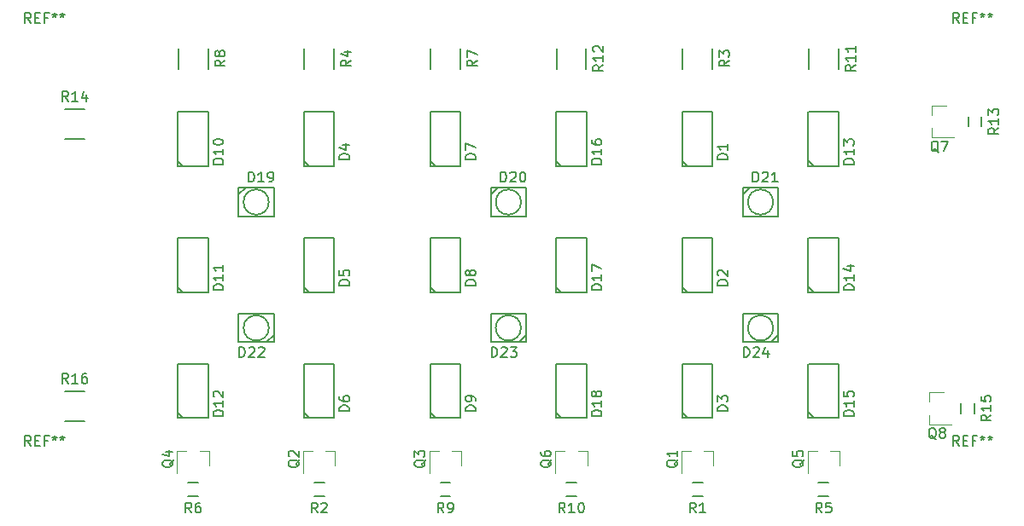
<source format=gbr>
G04 #@! TF.FileFunction,Legend,Top*
%FSLAX46Y46*%
G04 Gerber Fmt 4.6, Leading zero omitted, Abs format (unit mm)*
G04 Created by KiCad (PCBNEW 4.0.4-stable) date 03/09/17 20:40:53*
%MOMM*%
%LPD*%
G01*
G04 APERTURE LIST*
%ADD10C,0.100000*%
%ADD11C,0.150000*%
%ADD12C,0.120000*%
G04 APERTURE END LIST*
D10*
D11*
X151750000Y-78700000D02*
X152250000Y-79200000D01*
X154750000Y-73800000D02*
X151750000Y-73800000D01*
X151740000Y-79200000D02*
X151740000Y-73800000D01*
X154750000Y-79200000D02*
X154750000Y-73800000D01*
X154750000Y-79200000D02*
X151750000Y-79200000D01*
X139250000Y-78700000D02*
X139750000Y-79200000D01*
X142250000Y-73800000D02*
X139250000Y-73800000D01*
X139240000Y-79200000D02*
X139240000Y-73800000D01*
X142250000Y-79200000D02*
X142250000Y-73800000D01*
X142250000Y-79200000D02*
X139250000Y-79200000D01*
D12*
X142330000Y-82490000D02*
X141400000Y-82490000D01*
X139170000Y-82490000D02*
X140100000Y-82490000D01*
X139170000Y-82490000D02*
X139170000Y-84650000D01*
X142330000Y-82490000D02*
X142330000Y-83950000D01*
D11*
X140250000Y-85575000D02*
X141250000Y-85575000D01*
X141250000Y-86925000D02*
X140250000Y-86925000D01*
D12*
X129830000Y-82490000D02*
X128900000Y-82490000D01*
X126670000Y-82490000D02*
X127600000Y-82490000D01*
X126670000Y-82490000D02*
X126670000Y-84650000D01*
X129830000Y-82490000D02*
X129830000Y-83950000D01*
D11*
X126750000Y-53700000D02*
X127250000Y-54200000D01*
X129750000Y-48800000D02*
X126750000Y-48800000D01*
X126740000Y-54200000D02*
X126740000Y-48800000D01*
X129750000Y-54200000D02*
X129750000Y-48800000D01*
X129750000Y-54200000D02*
X126750000Y-54200000D01*
X176750000Y-53700000D02*
X177250000Y-54200000D01*
X179750000Y-48800000D02*
X176750000Y-48800000D01*
X176740000Y-54200000D02*
X176740000Y-48800000D01*
X179750000Y-54200000D02*
X179750000Y-48800000D01*
X179750000Y-54200000D02*
X176750000Y-54200000D01*
X164250000Y-53700000D02*
X164750000Y-54200000D01*
X167250000Y-48800000D02*
X164250000Y-48800000D01*
X164240000Y-54200000D02*
X164240000Y-48800000D01*
X167250000Y-54200000D02*
X167250000Y-48800000D01*
X167250000Y-54200000D02*
X164250000Y-54200000D01*
X160751000Y-57750000D02*
G75*
G03X160751000Y-57750000I-1251000J0D01*
G01*
X157750000Y-57000000D02*
X158450000Y-56350000D01*
X161250000Y-59150000D02*
X157750000Y-59150000D01*
X157750000Y-59150000D02*
X157750000Y-56350000D01*
X157750000Y-56350000D02*
X161250000Y-56350000D01*
X161250000Y-56350000D02*
X161250000Y-59150000D01*
D12*
X179830000Y-82490000D02*
X178900000Y-82490000D01*
X176670000Y-82490000D02*
X177600000Y-82490000D01*
X176670000Y-82490000D02*
X176670000Y-84650000D01*
X179830000Y-82490000D02*
X179830000Y-83950000D01*
D11*
X177750000Y-85575000D02*
X178750000Y-85575000D01*
X178750000Y-86925000D02*
X177750000Y-86925000D01*
D12*
X154830000Y-82490000D02*
X153900000Y-82490000D01*
X151670000Y-82490000D02*
X152600000Y-82490000D01*
X151670000Y-82490000D02*
X151670000Y-84650000D01*
X154830000Y-82490000D02*
X154830000Y-83950000D01*
X192330000Y-82490000D02*
X191400000Y-82490000D01*
X189170000Y-82490000D02*
X190100000Y-82490000D01*
X189170000Y-82490000D02*
X189170000Y-84650000D01*
X192330000Y-82490000D02*
X192330000Y-83950000D01*
X167330000Y-82490000D02*
X166400000Y-82490000D01*
X164170000Y-82490000D02*
X165100000Y-82490000D01*
X164170000Y-82490000D02*
X164170000Y-84650000D01*
X167330000Y-82490000D02*
X167330000Y-83950000D01*
D11*
X176775000Y-44500000D02*
X176775000Y-42500000D01*
X179725000Y-42500000D02*
X179725000Y-44500000D01*
X139275000Y-44500000D02*
X139275000Y-42500000D01*
X142225000Y-42500000D02*
X142225000Y-44500000D01*
X190250000Y-85575000D02*
X191250000Y-85575000D01*
X191250000Y-86925000D02*
X190250000Y-86925000D01*
X127750000Y-85575000D02*
X128750000Y-85575000D01*
X128750000Y-86925000D02*
X127750000Y-86925000D01*
X151775000Y-44500000D02*
X151775000Y-42500000D01*
X154725000Y-42500000D02*
X154725000Y-44500000D01*
X126775000Y-44500000D02*
X126775000Y-42500000D01*
X129725000Y-42500000D02*
X129725000Y-44500000D01*
X152750000Y-85575000D02*
X153750000Y-85575000D01*
X153750000Y-86925000D02*
X152750000Y-86925000D01*
X165250000Y-85575000D02*
X166250000Y-85575000D01*
X166250000Y-86925000D02*
X165250000Y-86925000D01*
X189275000Y-44500000D02*
X189275000Y-42500000D01*
X192225000Y-42500000D02*
X192225000Y-44500000D01*
X164275000Y-44500000D02*
X164275000Y-42500000D01*
X167225000Y-42500000D02*
X167225000Y-44500000D01*
X176750000Y-66200000D02*
X177250000Y-66700000D01*
X179750000Y-61300000D02*
X176750000Y-61300000D01*
X176740000Y-66700000D02*
X176740000Y-61300000D01*
X179750000Y-66700000D02*
X179750000Y-61300000D01*
X179750000Y-66700000D02*
X176750000Y-66700000D01*
X176750000Y-78700000D02*
X177250000Y-79200000D01*
X179750000Y-73800000D02*
X176750000Y-73800000D01*
X176740000Y-79200000D02*
X176740000Y-73800000D01*
X179750000Y-79200000D02*
X179750000Y-73800000D01*
X179750000Y-79200000D02*
X176750000Y-79200000D01*
X139250000Y-53700000D02*
X139750000Y-54200000D01*
X142250000Y-48800000D02*
X139250000Y-48800000D01*
X139240000Y-54200000D02*
X139240000Y-48800000D01*
X142250000Y-54200000D02*
X142250000Y-48800000D01*
X142250000Y-54200000D02*
X139250000Y-54200000D01*
X139250000Y-66200000D02*
X139750000Y-66700000D01*
X142250000Y-61300000D02*
X139250000Y-61300000D01*
X139240000Y-66700000D02*
X139240000Y-61300000D01*
X142250000Y-66700000D02*
X142250000Y-61300000D01*
X142250000Y-66700000D02*
X139250000Y-66700000D01*
X151750000Y-53700000D02*
X152250000Y-54200000D01*
X154750000Y-48800000D02*
X151750000Y-48800000D01*
X151740000Y-54200000D02*
X151740000Y-48800000D01*
X154750000Y-54200000D02*
X154750000Y-48800000D01*
X154750000Y-54200000D02*
X151750000Y-54200000D01*
X151750000Y-66200000D02*
X152250000Y-66700000D01*
X154750000Y-61300000D02*
X151750000Y-61300000D01*
X151740000Y-66700000D02*
X151740000Y-61300000D01*
X154750000Y-66700000D02*
X154750000Y-61300000D01*
X154750000Y-66700000D02*
X151750000Y-66700000D01*
X126750000Y-66200000D02*
X127250000Y-66700000D01*
X129750000Y-61300000D02*
X126750000Y-61300000D01*
X126740000Y-66700000D02*
X126740000Y-61300000D01*
X129750000Y-66700000D02*
X129750000Y-61300000D01*
X129750000Y-66700000D02*
X126750000Y-66700000D01*
X126750000Y-78700000D02*
X127250000Y-79200000D01*
X129750000Y-73800000D02*
X126750000Y-73800000D01*
X126740000Y-79200000D02*
X126740000Y-73800000D01*
X129750000Y-79200000D02*
X129750000Y-73800000D01*
X129750000Y-79200000D02*
X126750000Y-79200000D01*
X189250000Y-53700000D02*
X189750000Y-54200000D01*
X192250000Y-48800000D02*
X189250000Y-48800000D01*
X189240000Y-54200000D02*
X189240000Y-48800000D01*
X192250000Y-54200000D02*
X192250000Y-48800000D01*
X192250000Y-54200000D02*
X189250000Y-54200000D01*
X189250000Y-66200000D02*
X189750000Y-66700000D01*
X192250000Y-61300000D02*
X189250000Y-61300000D01*
X189240000Y-66700000D02*
X189240000Y-61300000D01*
X192250000Y-66700000D02*
X192250000Y-61300000D01*
X192250000Y-66700000D02*
X189250000Y-66700000D01*
X189250000Y-78700000D02*
X189750000Y-79200000D01*
X192250000Y-73800000D02*
X189250000Y-73800000D01*
X189240000Y-79200000D02*
X189240000Y-73800000D01*
X192250000Y-79200000D02*
X192250000Y-73800000D01*
X192250000Y-79200000D02*
X189250000Y-79200000D01*
X164250000Y-66200000D02*
X164750000Y-66700000D01*
X167250000Y-61300000D02*
X164250000Y-61300000D01*
X164240000Y-66700000D02*
X164240000Y-61300000D01*
X167250000Y-66700000D02*
X167250000Y-61300000D01*
X167250000Y-66700000D02*
X164250000Y-66700000D01*
X164250000Y-78700000D02*
X164750000Y-79200000D01*
X167250000Y-73800000D02*
X164250000Y-73800000D01*
X164240000Y-79200000D02*
X164240000Y-73800000D01*
X167250000Y-79200000D02*
X167250000Y-73800000D01*
X167250000Y-79200000D02*
X164250000Y-79200000D01*
D12*
X201490000Y-48170000D02*
X201490000Y-49100000D01*
X201490000Y-51330000D02*
X201490000Y-50400000D01*
X201490000Y-51330000D02*
X203650000Y-51330000D01*
X201490000Y-48170000D02*
X202950000Y-48170000D01*
X201240000Y-76670000D02*
X201240000Y-77600000D01*
X201240000Y-79830000D02*
X201240000Y-78900000D01*
X201240000Y-79830000D02*
X203400000Y-79830000D01*
X201240000Y-76670000D02*
X202700000Y-76670000D01*
D11*
X205075000Y-50250000D02*
X205075000Y-49250000D01*
X206425000Y-49250000D02*
X206425000Y-50250000D01*
X117500000Y-51475000D02*
X115500000Y-51475000D01*
X115500000Y-48525000D02*
X117500000Y-48525000D01*
X204325000Y-78750000D02*
X204325000Y-77750000D01*
X205675000Y-77750000D02*
X205675000Y-78750000D01*
X117500000Y-79475000D02*
X115500000Y-79475000D01*
X115500000Y-76525000D02*
X117500000Y-76525000D01*
X135751000Y-57750000D02*
G75*
G03X135751000Y-57750000I-1251000J0D01*
G01*
X132750000Y-57000000D02*
X133450000Y-56350000D01*
X136250000Y-59150000D02*
X132750000Y-59150000D01*
X132750000Y-59150000D02*
X132750000Y-56350000D01*
X132750000Y-56350000D02*
X136250000Y-56350000D01*
X136250000Y-56350000D02*
X136250000Y-59150000D01*
X185751000Y-57750000D02*
G75*
G03X185751000Y-57750000I-1251000J0D01*
G01*
X182750000Y-57000000D02*
X183450000Y-56350000D01*
X186250000Y-59150000D02*
X182750000Y-59150000D01*
X182750000Y-59150000D02*
X182750000Y-56350000D01*
X182750000Y-56350000D02*
X186250000Y-56350000D01*
X186250000Y-56350000D02*
X186250000Y-59150000D01*
X135751000Y-70250000D02*
G75*
G03X135751000Y-70250000I-1251000J0D01*
G01*
X136250000Y-71000000D02*
X135550000Y-71650000D01*
X132750000Y-68850000D02*
X136250000Y-68850000D01*
X136250000Y-68850000D02*
X136250000Y-71650000D01*
X136250000Y-71650000D02*
X132750000Y-71650000D01*
X132750000Y-71650000D02*
X132750000Y-68850000D01*
X185751000Y-70250000D02*
G75*
G03X185751000Y-70250000I-1251000J0D01*
G01*
X186250000Y-71000000D02*
X185550000Y-71650000D01*
X182750000Y-68850000D02*
X186250000Y-68850000D01*
X186250000Y-68850000D02*
X186250000Y-71650000D01*
X186250000Y-71650000D02*
X182750000Y-71650000D01*
X182750000Y-71650000D02*
X182750000Y-68850000D01*
X160751000Y-70250000D02*
G75*
G03X160751000Y-70250000I-1251000J0D01*
G01*
X161250000Y-71000000D02*
X160550000Y-71650000D01*
X157750000Y-68850000D02*
X161250000Y-68850000D01*
X161250000Y-68850000D02*
X161250000Y-71650000D01*
X161250000Y-71650000D02*
X157750000Y-71650000D01*
X157750000Y-71650000D02*
X157750000Y-68850000D01*
X156242381Y-78508095D02*
X155242381Y-78508095D01*
X155242381Y-78270000D01*
X155290000Y-78127142D01*
X155385238Y-78031904D01*
X155480476Y-77984285D01*
X155670952Y-77936666D01*
X155813810Y-77936666D01*
X156004286Y-77984285D01*
X156099524Y-78031904D01*
X156194762Y-78127142D01*
X156242381Y-78270000D01*
X156242381Y-78508095D01*
X156242381Y-77460476D02*
X156242381Y-77270000D01*
X156194762Y-77174761D01*
X156147143Y-77127142D01*
X156004286Y-77031904D01*
X155813810Y-76984285D01*
X155432857Y-76984285D01*
X155337619Y-77031904D01*
X155290000Y-77079523D01*
X155242381Y-77174761D01*
X155242381Y-77365238D01*
X155290000Y-77460476D01*
X155337619Y-77508095D01*
X155432857Y-77555714D01*
X155670952Y-77555714D01*
X155766190Y-77508095D01*
X155813810Y-77460476D01*
X155861429Y-77365238D01*
X155861429Y-77174761D01*
X155813810Y-77079523D01*
X155766190Y-77031904D01*
X155670952Y-76984285D01*
X143742381Y-78508095D02*
X142742381Y-78508095D01*
X142742381Y-78270000D01*
X142790000Y-78127142D01*
X142885238Y-78031904D01*
X142980476Y-77984285D01*
X143170952Y-77936666D01*
X143313810Y-77936666D01*
X143504286Y-77984285D01*
X143599524Y-78031904D01*
X143694762Y-78127142D01*
X143742381Y-78270000D01*
X143742381Y-78508095D01*
X142742381Y-77079523D02*
X142742381Y-77270000D01*
X142790000Y-77365238D01*
X142837619Y-77412857D01*
X142980476Y-77508095D01*
X143170952Y-77555714D01*
X143551905Y-77555714D01*
X143647143Y-77508095D01*
X143694762Y-77460476D01*
X143742381Y-77365238D01*
X143742381Y-77174761D01*
X143694762Y-77079523D01*
X143647143Y-77031904D01*
X143551905Y-76984285D01*
X143313810Y-76984285D01*
X143218571Y-77031904D01*
X143170952Y-77079523D01*
X143123333Y-77174761D01*
X143123333Y-77365238D01*
X143170952Y-77460476D01*
X143218571Y-77508095D01*
X143313810Y-77555714D01*
X138797619Y-83345238D02*
X138750000Y-83440476D01*
X138654762Y-83535714D01*
X138511905Y-83678571D01*
X138464286Y-83773810D01*
X138464286Y-83869048D01*
X138702381Y-83821429D02*
X138654762Y-83916667D01*
X138559524Y-84011905D01*
X138369048Y-84059524D01*
X138035714Y-84059524D01*
X137845238Y-84011905D01*
X137750000Y-83916667D01*
X137702381Y-83821429D01*
X137702381Y-83630952D01*
X137750000Y-83535714D01*
X137845238Y-83440476D01*
X138035714Y-83392857D01*
X138369048Y-83392857D01*
X138559524Y-83440476D01*
X138654762Y-83535714D01*
X138702381Y-83630952D01*
X138702381Y-83821429D01*
X137797619Y-83011905D02*
X137750000Y-82964286D01*
X137702381Y-82869048D01*
X137702381Y-82630952D01*
X137750000Y-82535714D01*
X137797619Y-82488095D01*
X137892857Y-82440476D01*
X137988095Y-82440476D01*
X138130952Y-82488095D01*
X138702381Y-83059524D01*
X138702381Y-82440476D01*
X140583334Y-88602381D02*
X140250000Y-88126190D01*
X140011905Y-88602381D02*
X140011905Y-87602381D01*
X140392858Y-87602381D01*
X140488096Y-87650000D01*
X140535715Y-87697619D01*
X140583334Y-87792857D01*
X140583334Y-87935714D01*
X140535715Y-88030952D01*
X140488096Y-88078571D01*
X140392858Y-88126190D01*
X140011905Y-88126190D01*
X140964286Y-87697619D02*
X141011905Y-87650000D01*
X141107143Y-87602381D01*
X141345239Y-87602381D01*
X141440477Y-87650000D01*
X141488096Y-87697619D01*
X141535715Y-87792857D01*
X141535715Y-87888095D01*
X141488096Y-88030952D01*
X140916667Y-88602381D01*
X141535715Y-88602381D01*
X126297619Y-83345238D02*
X126250000Y-83440476D01*
X126154762Y-83535714D01*
X126011905Y-83678571D01*
X125964286Y-83773810D01*
X125964286Y-83869048D01*
X126202381Y-83821429D02*
X126154762Y-83916667D01*
X126059524Y-84011905D01*
X125869048Y-84059524D01*
X125535714Y-84059524D01*
X125345238Y-84011905D01*
X125250000Y-83916667D01*
X125202381Y-83821429D01*
X125202381Y-83630952D01*
X125250000Y-83535714D01*
X125345238Y-83440476D01*
X125535714Y-83392857D01*
X125869048Y-83392857D01*
X126059524Y-83440476D01*
X126154762Y-83535714D01*
X126202381Y-83630952D01*
X126202381Y-83821429D01*
X125535714Y-82535714D02*
X126202381Y-82535714D01*
X125154762Y-82773810D02*
X125869048Y-83011905D01*
X125869048Y-82392857D01*
X131242381Y-53984286D02*
X130242381Y-53984286D01*
X130242381Y-53746191D01*
X130290000Y-53603333D01*
X130385238Y-53508095D01*
X130480476Y-53460476D01*
X130670952Y-53412857D01*
X130813810Y-53412857D01*
X131004286Y-53460476D01*
X131099524Y-53508095D01*
X131194762Y-53603333D01*
X131242381Y-53746191D01*
X131242381Y-53984286D01*
X131242381Y-52460476D02*
X131242381Y-53031905D01*
X131242381Y-52746191D02*
X130242381Y-52746191D01*
X130385238Y-52841429D01*
X130480476Y-52936667D01*
X130528095Y-53031905D01*
X130242381Y-51841429D02*
X130242381Y-51746190D01*
X130290000Y-51650952D01*
X130337619Y-51603333D01*
X130432857Y-51555714D01*
X130623333Y-51508095D01*
X130861429Y-51508095D01*
X131051905Y-51555714D01*
X131147143Y-51603333D01*
X131194762Y-51650952D01*
X131242381Y-51746190D01*
X131242381Y-51841429D01*
X131194762Y-51936667D01*
X131147143Y-51984286D01*
X131051905Y-52031905D01*
X130861429Y-52079524D01*
X130623333Y-52079524D01*
X130432857Y-52031905D01*
X130337619Y-51984286D01*
X130290000Y-51936667D01*
X130242381Y-51841429D01*
X181242381Y-53508095D02*
X180242381Y-53508095D01*
X180242381Y-53270000D01*
X180290000Y-53127142D01*
X180385238Y-53031904D01*
X180480476Y-52984285D01*
X180670952Y-52936666D01*
X180813810Y-52936666D01*
X181004286Y-52984285D01*
X181099524Y-53031904D01*
X181194762Y-53127142D01*
X181242381Y-53270000D01*
X181242381Y-53508095D01*
X181242381Y-51984285D02*
X181242381Y-52555714D01*
X181242381Y-52270000D02*
X180242381Y-52270000D01*
X180385238Y-52365238D01*
X180480476Y-52460476D01*
X180528095Y-52555714D01*
X168742381Y-53984286D02*
X167742381Y-53984286D01*
X167742381Y-53746191D01*
X167790000Y-53603333D01*
X167885238Y-53508095D01*
X167980476Y-53460476D01*
X168170952Y-53412857D01*
X168313810Y-53412857D01*
X168504286Y-53460476D01*
X168599524Y-53508095D01*
X168694762Y-53603333D01*
X168742381Y-53746191D01*
X168742381Y-53984286D01*
X168742381Y-52460476D02*
X168742381Y-53031905D01*
X168742381Y-52746191D02*
X167742381Y-52746191D01*
X167885238Y-52841429D01*
X167980476Y-52936667D01*
X168028095Y-53031905D01*
X167742381Y-51603333D02*
X167742381Y-51793810D01*
X167790000Y-51889048D01*
X167837619Y-51936667D01*
X167980476Y-52031905D01*
X168170952Y-52079524D01*
X168551905Y-52079524D01*
X168647143Y-52031905D01*
X168694762Y-51984286D01*
X168742381Y-51889048D01*
X168742381Y-51698571D01*
X168694762Y-51603333D01*
X168647143Y-51555714D01*
X168551905Y-51508095D01*
X168313810Y-51508095D01*
X168218571Y-51555714D01*
X168170952Y-51603333D01*
X168123333Y-51698571D01*
X168123333Y-51889048D01*
X168170952Y-51984286D01*
X168218571Y-52031905D01*
X168313810Y-52079524D01*
X158735714Y-55752381D02*
X158735714Y-54752381D01*
X158973809Y-54752381D01*
X159116667Y-54800000D01*
X159211905Y-54895238D01*
X159259524Y-54990476D01*
X159307143Y-55180952D01*
X159307143Y-55323810D01*
X159259524Y-55514286D01*
X159211905Y-55609524D01*
X159116667Y-55704762D01*
X158973809Y-55752381D01*
X158735714Y-55752381D01*
X159688095Y-54847619D02*
X159735714Y-54800000D01*
X159830952Y-54752381D01*
X160069048Y-54752381D01*
X160164286Y-54800000D01*
X160211905Y-54847619D01*
X160259524Y-54942857D01*
X160259524Y-55038095D01*
X160211905Y-55180952D01*
X159640476Y-55752381D01*
X160259524Y-55752381D01*
X160878571Y-54752381D02*
X160973810Y-54752381D01*
X161069048Y-54800000D01*
X161116667Y-54847619D01*
X161164286Y-54942857D01*
X161211905Y-55133333D01*
X161211905Y-55371429D01*
X161164286Y-55561905D01*
X161116667Y-55657143D01*
X161069048Y-55704762D01*
X160973810Y-55752381D01*
X160878571Y-55752381D01*
X160783333Y-55704762D01*
X160735714Y-55657143D01*
X160688095Y-55561905D01*
X160640476Y-55371429D01*
X160640476Y-55133333D01*
X160688095Y-54942857D01*
X160735714Y-54847619D01*
X160783333Y-54800000D01*
X160878571Y-54752381D01*
X204166667Y-81952381D02*
X203833333Y-81476190D01*
X203595238Y-81952381D02*
X203595238Y-80952381D01*
X203976191Y-80952381D01*
X204071429Y-81000000D01*
X204119048Y-81047619D01*
X204166667Y-81142857D01*
X204166667Y-81285714D01*
X204119048Y-81380952D01*
X204071429Y-81428571D01*
X203976191Y-81476190D01*
X203595238Y-81476190D01*
X204595238Y-81428571D02*
X204928572Y-81428571D01*
X205071429Y-81952381D02*
X204595238Y-81952381D01*
X204595238Y-80952381D01*
X205071429Y-80952381D01*
X205833334Y-81428571D02*
X205500000Y-81428571D01*
X205500000Y-81952381D02*
X205500000Y-80952381D01*
X205976191Y-80952381D01*
X206500000Y-80952381D02*
X206500000Y-81190476D01*
X206261905Y-81095238D02*
X206500000Y-81190476D01*
X206738096Y-81095238D01*
X206357143Y-81380952D02*
X206500000Y-81190476D01*
X206642858Y-81380952D01*
X207261905Y-80952381D02*
X207261905Y-81190476D01*
X207023810Y-81095238D02*
X207261905Y-81190476D01*
X207500001Y-81095238D01*
X207119048Y-81380952D02*
X207261905Y-81190476D01*
X207404763Y-81380952D01*
X204166667Y-39952381D02*
X203833333Y-39476190D01*
X203595238Y-39952381D02*
X203595238Y-38952381D01*
X203976191Y-38952381D01*
X204071429Y-39000000D01*
X204119048Y-39047619D01*
X204166667Y-39142857D01*
X204166667Y-39285714D01*
X204119048Y-39380952D01*
X204071429Y-39428571D01*
X203976191Y-39476190D01*
X203595238Y-39476190D01*
X204595238Y-39428571D02*
X204928572Y-39428571D01*
X205071429Y-39952381D02*
X204595238Y-39952381D01*
X204595238Y-38952381D01*
X205071429Y-38952381D01*
X205833334Y-39428571D02*
X205500000Y-39428571D01*
X205500000Y-39952381D02*
X205500000Y-38952381D01*
X205976191Y-38952381D01*
X206500000Y-38952381D02*
X206500000Y-39190476D01*
X206261905Y-39095238D02*
X206500000Y-39190476D01*
X206738096Y-39095238D01*
X206357143Y-39380952D02*
X206500000Y-39190476D01*
X206642858Y-39380952D01*
X207261905Y-38952381D02*
X207261905Y-39190476D01*
X207023810Y-39095238D02*
X207261905Y-39190476D01*
X207500001Y-39095238D01*
X207119048Y-39380952D02*
X207261905Y-39190476D01*
X207404763Y-39380952D01*
X112166667Y-81952381D02*
X111833333Y-81476190D01*
X111595238Y-81952381D02*
X111595238Y-80952381D01*
X111976191Y-80952381D01*
X112071429Y-81000000D01*
X112119048Y-81047619D01*
X112166667Y-81142857D01*
X112166667Y-81285714D01*
X112119048Y-81380952D01*
X112071429Y-81428571D01*
X111976191Y-81476190D01*
X111595238Y-81476190D01*
X112595238Y-81428571D02*
X112928572Y-81428571D01*
X113071429Y-81952381D02*
X112595238Y-81952381D01*
X112595238Y-80952381D01*
X113071429Y-80952381D01*
X113833334Y-81428571D02*
X113500000Y-81428571D01*
X113500000Y-81952381D02*
X113500000Y-80952381D01*
X113976191Y-80952381D01*
X114500000Y-80952381D02*
X114500000Y-81190476D01*
X114261905Y-81095238D02*
X114500000Y-81190476D01*
X114738096Y-81095238D01*
X114357143Y-81380952D02*
X114500000Y-81190476D01*
X114642858Y-81380952D01*
X115261905Y-80952381D02*
X115261905Y-81190476D01*
X115023810Y-81095238D02*
X115261905Y-81190476D01*
X115500001Y-81095238D01*
X115119048Y-81380952D02*
X115261905Y-81190476D01*
X115404763Y-81380952D01*
X176297619Y-83345238D02*
X176250000Y-83440476D01*
X176154762Y-83535714D01*
X176011905Y-83678571D01*
X175964286Y-83773810D01*
X175964286Y-83869048D01*
X176202381Y-83821429D02*
X176154762Y-83916667D01*
X176059524Y-84011905D01*
X175869048Y-84059524D01*
X175535714Y-84059524D01*
X175345238Y-84011905D01*
X175250000Y-83916667D01*
X175202381Y-83821429D01*
X175202381Y-83630952D01*
X175250000Y-83535714D01*
X175345238Y-83440476D01*
X175535714Y-83392857D01*
X175869048Y-83392857D01*
X176059524Y-83440476D01*
X176154762Y-83535714D01*
X176202381Y-83630952D01*
X176202381Y-83821429D01*
X176202381Y-82440476D02*
X176202381Y-83011905D01*
X176202381Y-82726191D02*
X175202381Y-82726191D01*
X175345238Y-82821429D01*
X175440476Y-82916667D01*
X175488095Y-83011905D01*
X178083334Y-88602381D02*
X177750000Y-88126190D01*
X177511905Y-88602381D02*
X177511905Y-87602381D01*
X177892858Y-87602381D01*
X177988096Y-87650000D01*
X178035715Y-87697619D01*
X178083334Y-87792857D01*
X178083334Y-87935714D01*
X178035715Y-88030952D01*
X177988096Y-88078571D01*
X177892858Y-88126190D01*
X177511905Y-88126190D01*
X179035715Y-88602381D02*
X178464286Y-88602381D01*
X178750000Y-88602381D02*
X178750000Y-87602381D01*
X178654762Y-87745238D01*
X178559524Y-87840476D01*
X178464286Y-87888095D01*
X112166667Y-39952381D02*
X111833333Y-39476190D01*
X111595238Y-39952381D02*
X111595238Y-38952381D01*
X111976191Y-38952381D01*
X112071429Y-39000000D01*
X112119048Y-39047619D01*
X112166667Y-39142857D01*
X112166667Y-39285714D01*
X112119048Y-39380952D01*
X112071429Y-39428571D01*
X111976191Y-39476190D01*
X111595238Y-39476190D01*
X112595238Y-39428571D02*
X112928572Y-39428571D01*
X113071429Y-39952381D02*
X112595238Y-39952381D01*
X112595238Y-38952381D01*
X113071429Y-38952381D01*
X113833334Y-39428571D02*
X113500000Y-39428571D01*
X113500000Y-39952381D02*
X113500000Y-38952381D01*
X113976191Y-38952381D01*
X114500000Y-38952381D02*
X114500000Y-39190476D01*
X114261905Y-39095238D02*
X114500000Y-39190476D01*
X114738096Y-39095238D01*
X114357143Y-39380952D02*
X114500000Y-39190476D01*
X114642858Y-39380952D01*
X115261905Y-38952381D02*
X115261905Y-39190476D01*
X115023810Y-39095238D02*
X115261905Y-39190476D01*
X115500001Y-39095238D01*
X115119048Y-39380952D02*
X115261905Y-39190476D01*
X115404763Y-39380952D01*
X151297619Y-83345238D02*
X151250000Y-83440476D01*
X151154762Y-83535714D01*
X151011905Y-83678571D01*
X150964286Y-83773810D01*
X150964286Y-83869048D01*
X151202381Y-83821429D02*
X151154762Y-83916667D01*
X151059524Y-84011905D01*
X150869048Y-84059524D01*
X150535714Y-84059524D01*
X150345238Y-84011905D01*
X150250000Y-83916667D01*
X150202381Y-83821429D01*
X150202381Y-83630952D01*
X150250000Y-83535714D01*
X150345238Y-83440476D01*
X150535714Y-83392857D01*
X150869048Y-83392857D01*
X151059524Y-83440476D01*
X151154762Y-83535714D01*
X151202381Y-83630952D01*
X151202381Y-83821429D01*
X150202381Y-83059524D02*
X150202381Y-82440476D01*
X150583333Y-82773810D01*
X150583333Y-82630952D01*
X150630952Y-82535714D01*
X150678571Y-82488095D01*
X150773810Y-82440476D01*
X151011905Y-82440476D01*
X151107143Y-82488095D01*
X151154762Y-82535714D01*
X151202381Y-82630952D01*
X151202381Y-82916667D01*
X151154762Y-83011905D01*
X151107143Y-83059524D01*
X188797619Y-83345238D02*
X188750000Y-83440476D01*
X188654762Y-83535714D01*
X188511905Y-83678571D01*
X188464286Y-83773810D01*
X188464286Y-83869048D01*
X188702381Y-83821429D02*
X188654762Y-83916667D01*
X188559524Y-84011905D01*
X188369048Y-84059524D01*
X188035714Y-84059524D01*
X187845238Y-84011905D01*
X187750000Y-83916667D01*
X187702381Y-83821429D01*
X187702381Y-83630952D01*
X187750000Y-83535714D01*
X187845238Y-83440476D01*
X188035714Y-83392857D01*
X188369048Y-83392857D01*
X188559524Y-83440476D01*
X188654762Y-83535714D01*
X188702381Y-83630952D01*
X188702381Y-83821429D01*
X187702381Y-82488095D02*
X187702381Y-82964286D01*
X188178571Y-83011905D01*
X188130952Y-82964286D01*
X188083333Y-82869048D01*
X188083333Y-82630952D01*
X188130952Y-82535714D01*
X188178571Y-82488095D01*
X188273810Y-82440476D01*
X188511905Y-82440476D01*
X188607143Y-82488095D01*
X188654762Y-82535714D01*
X188702381Y-82630952D01*
X188702381Y-82869048D01*
X188654762Y-82964286D01*
X188607143Y-83011905D01*
X163797619Y-83345238D02*
X163750000Y-83440476D01*
X163654762Y-83535714D01*
X163511905Y-83678571D01*
X163464286Y-83773810D01*
X163464286Y-83869048D01*
X163702381Y-83821429D02*
X163654762Y-83916667D01*
X163559524Y-84011905D01*
X163369048Y-84059524D01*
X163035714Y-84059524D01*
X162845238Y-84011905D01*
X162750000Y-83916667D01*
X162702381Y-83821429D01*
X162702381Y-83630952D01*
X162750000Y-83535714D01*
X162845238Y-83440476D01*
X163035714Y-83392857D01*
X163369048Y-83392857D01*
X163559524Y-83440476D01*
X163654762Y-83535714D01*
X163702381Y-83630952D01*
X163702381Y-83821429D01*
X162702381Y-82535714D02*
X162702381Y-82726191D01*
X162750000Y-82821429D01*
X162797619Y-82869048D01*
X162940476Y-82964286D01*
X163130952Y-83011905D01*
X163511905Y-83011905D01*
X163607143Y-82964286D01*
X163654762Y-82916667D01*
X163702381Y-82821429D01*
X163702381Y-82630952D01*
X163654762Y-82535714D01*
X163607143Y-82488095D01*
X163511905Y-82440476D01*
X163273810Y-82440476D01*
X163178571Y-82488095D01*
X163130952Y-82535714D01*
X163083333Y-82630952D01*
X163083333Y-82821429D01*
X163130952Y-82916667D01*
X163178571Y-82964286D01*
X163273810Y-83011905D01*
X181402381Y-43666666D02*
X180926190Y-44000000D01*
X181402381Y-44238095D02*
X180402381Y-44238095D01*
X180402381Y-43857142D01*
X180450000Y-43761904D01*
X180497619Y-43714285D01*
X180592857Y-43666666D01*
X180735714Y-43666666D01*
X180830952Y-43714285D01*
X180878571Y-43761904D01*
X180926190Y-43857142D01*
X180926190Y-44238095D01*
X180402381Y-43333333D02*
X180402381Y-42714285D01*
X180783333Y-43047619D01*
X180783333Y-42904761D01*
X180830952Y-42809523D01*
X180878571Y-42761904D01*
X180973810Y-42714285D01*
X181211905Y-42714285D01*
X181307143Y-42761904D01*
X181354762Y-42809523D01*
X181402381Y-42904761D01*
X181402381Y-43190476D01*
X181354762Y-43285714D01*
X181307143Y-43333333D01*
X143902381Y-43666666D02*
X143426190Y-44000000D01*
X143902381Y-44238095D02*
X142902381Y-44238095D01*
X142902381Y-43857142D01*
X142950000Y-43761904D01*
X142997619Y-43714285D01*
X143092857Y-43666666D01*
X143235714Y-43666666D01*
X143330952Y-43714285D01*
X143378571Y-43761904D01*
X143426190Y-43857142D01*
X143426190Y-44238095D01*
X143235714Y-42809523D02*
X143902381Y-42809523D01*
X142854762Y-43047619D02*
X143569048Y-43285714D01*
X143569048Y-42666666D01*
X190583334Y-88602381D02*
X190250000Y-88126190D01*
X190011905Y-88602381D02*
X190011905Y-87602381D01*
X190392858Y-87602381D01*
X190488096Y-87650000D01*
X190535715Y-87697619D01*
X190583334Y-87792857D01*
X190583334Y-87935714D01*
X190535715Y-88030952D01*
X190488096Y-88078571D01*
X190392858Y-88126190D01*
X190011905Y-88126190D01*
X191488096Y-87602381D02*
X191011905Y-87602381D01*
X190964286Y-88078571D01*
X191011905Y-88030952D01*
X191107143Y-87983333D01*
X191345239Y-87983333D01*
X191440477Y-88030952D01*
X191488096Y-88078571D01*
X191535715Y-88173810D01*
X191535715Y-88411905D01*
X191488096Y-88507143D01*
X191440477Y-88554762D01*
X191345239Y-88602381D01*
X191107143Y-88602381D01*
X191011905Y-88554762D01*
X190964286Y-88507143D01*
X128083334Y-88602381D02*
X127750000Y-88126190D01*
X127511905Y-88602381D02*
X127511905Y-87602381D01*
X127892858Y-87602381D01*
X127988096Y-87650000D01*
X128035715Y-87697619D01*
X128083334Y-87792857D01*
X128083334Y-87935714D01*
X128035715Y-88030952D01*
X127988096Y-88078571D01*
X127892858Y-88126190D01*
X127511905Y-88126190D01*
X128940477Y-87602381D02*
X128750000Y-87602381D01*
X128654762Y-87650000D01*
X128607143Y-87697619D01*
X128511905Y-87840476D01*
X128464286Y-88030952D01*
X128464286Y-88411905D01*
X128511905Y-88507143D01*
X128559524Y-88554762D01*
X128654762Y-88602381D01*
X128845239Y-88602381D01*
X128940477Y-88554762D01*
X128988096Y-88507143D01*
X129035715Y-88411905D01*
X129035715Y-88173810D01*
X128988096Y-88078571D01*
X128940477Y-88030952D01*
X128845239Y-87983333D01*
X128654762Y-87983333D01*
X128559524Y-88030952D01*
X128511905Y-88078571D01*
X128464286Y-88173810D01*
X156402381Y-43666666D02*
X155926190Y-44000000D01*
X156402381Y-44238095D02*
X155402381Y-44238095D01*
X155402381Y-43857142D01*
X155450000Y-43761904D01*
X155497619Y-43714285D01*
X155592857Y-43666666D01*
X155735714Y-43666666D01*
X155830952Y-43714285D01*
X155878571Y-43761904D01*
X155926190Y-43857142D01*
X155926190Y-44238095D01*
X155402381Y-43333333D02*
X155402381Y-42666666D01*
X156402381Y-43095238D01*
X131402381Y-43666666D02*
X130926190Y-44000000D01*
X131402381Y-44238095D02*
X130402381Y-44238095D01*
X130402381Y-43857142D01*
X130450000Y-43761904D01*
X130497619Y-43714285D01*
X130592857Y-43666666D01*
X130735714Y-43666666D01*
X130830952Y-43714285D01*
X130878571Y-43761904D01*
X130926190Y-43857142D01*
X130926190Y-44238095D01*
X130830952Y-43095238D02*
X130783333Y-43190476D01*
X130735714Y-43238095D01*
X130640476Y-43285714D01*
X130592857Y-43285714D01*
X130497619Y-43238095D01*
X130450000Y-43190476D01*
X130402381Y-43095238D01*
X130402381Y-42904761D01*
X130450000Y-42809523D01*
X130497619Y-42761904D01*
X130592857Y-42714285D01*
X130640476Y-42714285D01*
X130735714Y-42761904D01*
X130783333Y-42809523D01*
X130830952Y-42904761D01*
X130830952Y-43095238D01*
X130878571Y-43190476D01*
X130926190Y-43238095D01*
X131021429Y-43285714D01*
X131211905Y-43285714D01*
X131307143Y-43238095D01*
X131354762Y-43190476D01*
X131402381Y-43095238D01*
X131402381Y-42904761D01*
X131354762Y-42809523D01*
X131307143Y-42761904D01*
X131211905Y-42714285D01*
X131021429Y-42714285D01*
X130926190Y-42761904D01*
X130878571Y-42809523D01*
X130830952Y-42904761D01*
X153083334Y-88602381D02*
X152750000Y-88126190D01*
X152511905Y-88602381D02*
X152511905Y-87602381D01*
X152892858Y-87602381D01*
X152988096Y-87650000D01*
X153035715Y-87697619D01*
X153083334Y-87792857D01*
X153083334Y-87935714D01*
X153035715Y-88030952D01*
X152988096Y-88078571D01*
X152892858Y-88126190D01*
X152511905Y-88126190D01*
X153559524Y-88602381D02*
X153750000Y-88602381D01*
X153845239Y-88554762D01*
X153892858Y-88507143D01*
X153988096Y-88364286D01*
X154035715Y-88173810D01*
X154035715Y-87792857D01*
X153988096Y-87697619D01*
X153940477Y-87650000D01*
X153845239Y-87602381D01*
X153654762Y-87602381D01*
X153559524Y-87650000D01*
X153511905Y-87697619D01*
X153464286Y-87792857D01*
X153464286Y-88030952D01*
X153511905Y-88126190D01*
X153559524Y-88173810D01*
X153654762Y-88221429D01*
X153845239Y-88221429D01*
X153940477Y-88173810D01*
X153988096Y-88126190D01*
X154035715Y-88030952D01*
X165107143Y-88602381D02*
X164773809Y-88126190D01*
X164535714Y-88602381D02*
X164535714Y-87602381D01*
X164916667Y-87602381D01*
X165011905Y-87650000D01*
X165059524Y-87697619D01*
X165107143Y-87792857D01*
X165107143Y-87935714D01*
X165059524Y-88030952D01*
X165011905Y-88078571D01*
X164916667Y-88126190D01*
X164535714Y-88126190D01*
X166059524Y-88602381D02*
X165488095Y-88602381D01*
X165773809Y-88602381D02*
X165773809Y-87602381D01*
X165678571Y-87745238D01*
X165583333Y-87840476D01*
X165488095Y-87888095D01*
X166678571Y-87602381D02*
X166773810Y-87602381D01*
X166869048Y-87650000D01*
X166916667Y-87697619D01*
X166964286Y-87792857D01*
X167011905Y-87983333D01*
X167011905Y-88221429D01*
X166964286Y-88411905D01*
X166916667Y-88507143D01*
X166869048Y-88554762D01*
X166773810Y-88602381D01*
X166678571Y-88602381D01*
X166583333Y-88554762D01*
X166535714Y-88507143D01*
X166488095Y-88411905D01*
X166440476Y-88221429D01*
X166440476Y-87983333D01*
X166488095Y-87792857D01*
X166535714Y-87697619D01*
X166583333Y-87650000D01*
X166678571Y-87602381D01*
X193902381Y-44142857D02*
X193426190Y-44476191D01*
X193902381Y-44714286D02*
X192902381Y-44714286D01*
X192902381Y-44333333D01*
X192950000Y-44238095D01*
X192997619Y-44190476D01*
X193092857Y-44142857D01*
X193235714Y-44142857D01*
X193330952Y-44190476D01*
X193378571Y-44238095D01*
X193426190Y-44333333D01*
X193426190Y-44714286D01*
X193902381Y-43190476D02*
X193902381Y-43761905D01*
X193902381Y-43476191D02*
X192902381Y-43476191D01*
X193045238Y-43571429D01*
X193140476Y-43666667D01*
X193188095Y-43761905D01*
X193902381Y-42238095D02*
X193902381Y-42809524D01*
X193902381Y-42523810D02*
X192902381Y-42523810D01*
X193045238Y-42619048D01*
X193140476Y-42714286D01*
X193188095Y-42809524D01*
X168902381Y-44142857D02*
X168426190Y-44476191D01*
X168902381Y-44714286D02*
X167902381Y-44714286D01*
X167902381Y-44333333D01*
X167950000Y-44238095D01*
X167997619Y-44190476D01*
X168092857Y-44142857D01*
X168235714Y-44142857D01*
X168330952Y-44190476D01*
X168378571Y-44238095D01*
X168426190Y-44333333D01*
X168426190Y-44714286D01*
X168902381Y-43190476D02*
X168902381Y-43761905D01*
X168902381Y-43476191D02*
X167902381Y-43476191D01*
X168045238Y-43571429D01*
X168140476Y-43666667D01*
X168188095Y-43761905D01*
X167997619Y-42809524D02*
X167950000Y-42761905D01*
X167902381Y-42666667D01*
X167902381Y-42428571D01*
X167950000Y-42333333D01*
X167997619Y-42285714D01*
X168092857Y-42238095D01*
X168188095Y-42238095D01*
X168330952Y-42285714D01*
X168902381Y-42857143D01*
X168902381Y-42238095D01*
X181242381Y-66008095D02*
X180242381Y-66008095D01*
X180242381Y-65770000D01*
X180290000Y-65627142D01*
X180385238Y-65531904D01*
X180480476Y-65484285D01*
X180670952Y-65436666D01*
X180813810Y-65436666D01*
X181004286Y-65484285D01*
X181099524Y-65531904D01*
X181194762Y-65627142D01*
X181242381Y-65770000D01*
X181242381Y-66008095D01*
X180337619Y-65055714D02*
X180290000Y-65008095D01*
X180242381Y-64912857D01*
X180242381Y-64674761D01*
X180290000Y-64579523D01*
X180337619Y-64531904D01*
X180432857Y-64484285D01*
X180528095Y-64484285D01*
X180670952Y-64531904D01*
X181242381Y-65103333D01*
X181242381Y-64484285D01*
X181242381Y-78508095D02*
X180242381Y-78508095D01*
X180242381Y-78270000D01*
X180290000Y-78127142D01*
X180385238Y-78031904D01*
X180480476Y-77984285D01*
X180670952Y-77936666D01*
X180813810Y-77936666D01*
X181004286Y-77984285D01*
X181099524Y-78031904D01*
X181194762Y-78127142D01*
X181242381Y-78270000D01*
X181242381Y-78508095D01*
X180242381Y-77603333D02*
X180242381Y-76984285D01*
X180623333Y-77317619D01*
X180623333Y-77174761D01*
X180670952Y-77079523D01*
X180718571Y-77031904D01*
X180813810Y-76984285D01*
X181051905Y-76984285D01*
X181147143Y-77031904D01*
X181194762Y-77079523D01*
X181242381Y-77174761D01*
X181242381Y-77460476D01*
X181194762Y-77555714D01*
X181147143Y-77603333D01*
X143742381Y-53508095D02*
X142742381Y-53508095D01*
X142742381Y-53270000D01*
X142790000Y-53127142D01*
X142885238Y-53031904D01*
X142980476Y-52984285D01*
X143170952Y-52936666D01*
X143313810Y-52936666D01*
X143504286Y-52984285D01*
X143599524Y-53031904D01*
X143694762Y-53127142D01*
X143742381Y-53270000D01*
X143742381Y-53508095D01*
X143075714Y-52079523D02*
X143742381Y-52079523D01*
X142694762Y-52317619D02*
X143409048Y-52555714D01*
X143409048Y-51936666D01*
X143742381Y-66008095D02*
X142742381Y-66008095D01*
X142742381Y-65770000D01*
X142790000Y-65627142D01*
X142885238Y-65531904D01*
X142980476Y-65484285D01*
X143170952Y-65436666D01*
X143313810Y-65436666D01*
X143504286Y-65484285D01*
X143599524Y-65531904D01*
X143694762Y-65627142D01*
X143742381Y-65770000D01*
X143742381Y-66008095D01*
X142742381Y-64531904D02*
X142742381Y-65008095D01*
X143218571Y-65055714D01*
X143170952Y-65008095D01*
X143123333Y-64912857D01*
X143123333Y-64674761D01*
X143170952Y-64579523D01*
X143218571Y-64531904D01*
X143313810Y-64484285D01*
X143551905Y-64484285D01*
X143647143Y-64531904D01*
X143694762Y-64579523D01*
X143742381Y-64674761D01*
X143742381Y-64912857D01*
X143694762Y-65008095D01*
X143647143Y-65055714D01*
X156242381Y-53508095D02*
X155242381Y-53508095D01*
X155242381Y-53270000D01*
X155290000Y-53127142D01*
X155385238Y-53031904D01*
X155480476Y-52984285D01*
X155670952Y-52936666D01*
X155813810Y-52936666D01*
X156004286Y-52984285D01*
X156099524Y-53031904D01*
X156194762Y-53127142D01*
X156242381Y-53270000D01*
X156242381Y-53508095D01*
X155242381Y-52603333D02*
X155242381Y-51936666D01*
X156242381Y-52365238D01*
X156242381Y-66008095D02*
X155242381Y-66008095D01*
X155242381Y-65770000D01*
X155290000Y-65627142D01*
X155385238Y-65531904D01*
X155480476Y-65484285D01*
X155670952Y-65436666D01*
X155813810Y-65436666D01*
X156004286Y-65484285D01*
X156099524Y-65531904D01*
X156194762Y-65627142D01*
X156242381Y-65770000D01*
X156242381Y-66008095D01*
X155670952Y-64865238D02*
X155623333Y-64960476D01*
X155575714Y-65008095D01*
X155480476Y-65055714D01*
X155432857Y-65055714D01*
X155337619Y-65008095D01*
X155290000Y-64960476D01*
X155242381Y-64865238D01*
X155242381Y-64674761D01*
X155290000Y-64579523D01*
X155337619Y-64531904D01*
X155432857Y-64484285D01*
X155480476Y-64484285D01*
X155575714Y-64531904D01*
X155623333Y-64579523D01*
X155670952Y-64674761D01*
X155670952Y-64865238D01*
X155718571Y-64960476D01*
X155766190Y-65008095D01*
X155861429Y-65055714D01*
X156051905Y-65055714D01*
X156147143Y-65008095D01*
X156194762Y-64960476D01*
X156242381Y-64865238D01*
X156242381Y-64674761D01*
X156194762Y-64579523D01*
X156147143Y-64531904D01*
X156051905Y-64484285D01*
X155861429Y-64484285D01*
X155766190Y-64531904D01*
X155718571Y-64579523D01*
X155670952Y-64674761D01*
X131242381Y-66484286D02*
X130242381Y-66484286D01*
X130242381Y-66246191D01*
X130290000Y-66103333D01*
X130385238Y-66008095D01*
X130480476Y-65960476D01*
X130670952Y-65912857D01*
X130813810Y-65912857D01*
X131004286Y-65960476D01*
X131099524Y-66008095D01*
X131194762Y-66103333D01*
X131242381Y-66246191D01*
X131242381Y-66484286D01*
X131242381Y-64960476D02*
X131242381Y-65531905D01*
X131242381Y-65246191D02*
X130242381Y-65246191D01*
X130385238Y-65341429D01*
X130480476Y-65436667D01*
X130528095Y-65531905D01*
X131242381Y-64008095D02*
X131242381Y-64579524D01*
X131242381Y-64293810D02*
X130242381Y-64293810D01*
X130385238Y-64389048D01*
X130480476Y-64484286D01*
X130528095Y-64579524D01*
X131242381Y-78984286D02*
X130242381Y-78984286D01*
X130242381Y-78746191D01*
X130290000Y-78603333D01*
X130385238Y-78508095D01*
X130480476Y-78460476D01*
X130670952Y-78412857D01*
X130813810Y-78412857D01*
X131004286Y-78460476D01*
X131099524Y-78508095D01*
X131194762Y-78603333D01*
X131242381Y-78746191D01*
X131242381Y-78984286D01*
X131242381Y-77460476D02*
X131242381Y-78031905D01*
X131242381Y-77746191D02*
X130242381Y-77746191D01*
X130385238Y-77841429D01*
X130480476Y-77936667D01*
X130528095Y-78031905D01*
X130337619Y-77079524D02*
X130290000Y-77031905D01*
X130242381Y-76936667D01*
X130242381Y-76698571D01*
X130290000Y-76603333D01*
X130337619Y-76555714D01*
X130432857Y-76508095D01*
X130528095Y-76508095D01*
X130670952Y-76555714D01*
X131242381Y-77127143D01*
X131242381Y-76508095D01*
X193742381Y-53984286D02*
X192742381Y-53984286D01*
X192742381Y-53746191D01*
X192790000Y-53603333D01*
X192885238Y-53508095D01*
X192980476Y-53460476D01*
X193170952Y-53412857D01*
X193313810Y-53412857D01*
X193504286Y-53460476D01*
X193599524Y-53508095D01*
X193694762Y-53603333D01*
X193742381Y-53746191D01*
X193742381Y-53984286D01*
X193742381Y-52460476D02*
X193742381Y-53031905D01*
X193742381Y-52746191D02*
X192742381Y-52746191D01*
X192885238Y-52841429D01*
X192980476Y-52936667D01*
X193028095Y-53031905D01*
X192742381Y-52127143D02*
X192742381Y-51508095D01*
X193123333Y-51841429D01*
X193123333Y-51698571D01*
X193170952Y-51603333D01*
X193218571Y-51555714D01*
X193313810Y-51508095D01*
X193551905Y-51508095D01*
X193647143Y-51555714D01*
X193694762Y-51603333D01*
X193742381Y-51698571D01*
X193742381Y-51984286D01*
X193694762Y-52079524D01*
X193647143Y-52127143D01*
X193742381Y-66484286D02*
X192742381Y-66484286D01*
X192742381Y-66246191D01*
X192790000Y-66103333D01*
X192885238Y-66008095D01*
X192980476Y-65960476D01*
X193170952Y-65912857D01*
X193313810Y-65912857D01*
X193504286Y-65960476D01*
X193599524Y-66008095D01*
X193694762Y-66103333D01*
X193742381Y-66246191D01*
X193742381Y-66484286D01*
X193742381Y-64960476D02*
X193742381Y-65531905D01*
X193742381Y-65246191D02*
X192742381Y-65246191D01*
X192885238Y-65341429D01*
X192980476Y-65436667D01*
X193028095Y-65531905D01*
X193075714Y-64103333D02*
X193742381Y-64103333D01*
X192694762Y-64341429D02*
X193409048Y-64579524D01*
X193409048Y-63960476D01*
X193742381Y-78984286D02*
X192742381Y-78984286D01*
X192742381Y-78746191D01*
X192790000Y-78603333D01*
X192885238Y-78508095D01*
X192980476Y-78460476D01*
X193170952Y-78412857D01*
X193313810Y-78412857D01*
X193504286Y-78460476D01*
X193599524Y-78508095D01*
X193694762Y-78603333D01*
X193742381Y-78746191D01*
X193742381Y-78984286D01*
X193742381Y-77460476D02*
X193742381Y-78031905D01*
X193742381Y-77746191D02*
X192742381Y-77746191D01*
X192885238Y-77841429D01*
X192980476Y-77936667D01*
X193028095Y-78031905D01*
X192742381Y-76555714D02*
X192742381Y-77031905D01*
X193218571Y-77079524D01*
X193170952Y-77031905D01*
X193123333Y-76936667D01*
X193123333Y-76698571D01*
X193170952Y-76603333D01*
X193218571Y-76555714D01*
X193313810Y-76508095D01*
X193551905Y-76508095D01*
X193647143Y-76555714D01*
X193694762Y-76603333D01*
X193742381Y-76698571D01*
X193742381Y-76936667D01*
X193694762Y-77031905D01*
X193647143Y-77079524D01*
X168742381Y-66484286D02*
X167742381Y-66484286D01*
X167742381Y-66246191D01*
X167790000Y-66103333D01*
X167885238Y-66008095D01*
X167980476Y-65960476D01*
X168170952Y-65912857D01*
X168313810Y-65912857D01*
X168504286Y-65960476D01*
X168599524Y-66008095D01*
X168694762Y-66103333D01*
X168742381Y-66246191D01*
X168742381Y-66484286D01*
X168742381Y-64960476D02*
X168742381Y-65531905D01*
X168742381Y-65246191D02*
X167742381Y-65246191D01*
X167885238Y-65341429D01*
X167980476Y-65436667D01*
X168028095Y-65531905D01*
X167742381Y-64627143D02*
X167742381Y-63960476D01*
X168742381Y-64389048D01*
X168742381Y-78984286D02*
X167742381Y-78984286D01*
X167742381Y-78746191D01*
X167790000Y-78603333D01*
X167885238Y-78508095D01*
X167980476Y-78460476D01*
X168170952Y-78412857D01*
X168313810Y-78412857D01*
X168504286Y-78460476D01*
X168599524Y-78508095D01*
X168694762Y-78603333D01*
X168742381Y-78746191D01*
X168742381Y-78984286D01*
X168742381Y-77460476D02*
X168742381Y-78031905D01*
X168742381Y-77746191D02*
X167742381Y-77746191D01*
X167885238Y-77841429D01*
X167980476Y-77936667D01*
X168028095Y-78031905D01*
X168170952Y-76889048D02*
X168123333Y-76984286D01*
X168075714Y-77031905D01*
X167980476Y-77079524D01*
X167932857Y-77079524D01*
X167837619Y-77031905D01*
X167790000Y-76984286D01*
X167742381Y-76889048D01*
X167742381Y-76698571D01*
X167790000Y-76603333D01*
X167837619Y-76555714D01*
X167932857Y-76508095D01*
X167980476Y-76508095D01*
X168075714Y-76555714D01*
X168123333Y-76603333D01*
X168170952Y-76698571D01*
X168170952Y-76889048D01*
X168218571Y-76984286D01*
X168266190Y-77031905D01*
X168361429Y-77079524D01*
X168551905Y-77079524D01*
X168647143Y-77031905D01*
X168694762Y-76984286D01*
X168742381Y-76889048D01*
X168742381Y-76698571D01*
X168694762Y-76603333D01*
X168647143Y-76555714D01*
X168551905Y-76508095D01*
X168361429Y-76508095D01*
X168266190Y-76555714D01*
X168218571Y-76603333D01*
X168170952Y-76698571D01*
X202154762Y-52797619D02*
X202059524Y-52750000D01*
X201964286Y-52654762D01*
X201821429Y-52511905D01*
X201726190Y-52464286D01*
X201630952Y-52464286D01*
X201678571Y-52702381D02*
X201583333Y-52654762D01*
X201488095Y-52559524D01*
X201440476Y-52369048D01*
X201440476Y-52035714D01*
X201488095Y-51845238D01*
X201583333Y-51750000D01*
X201678571Y-51702381D01*
X201869048Y-51702381D01*
X201964286Y-51750000D01*
X202059524Y-51845238D01*
X202107143Y-52035714D01*
X202107143Y-52369048D01*
X202059524Y-52559524D01*
X201964286Y-52654762D01*
X201869048Y-52702381D01*
X201678571Y-52702381D01*
X202440476Y-51702381D02*
X203107143Y-51702381D01*
X202678571Y-52702381D01*
X201904762Y-81297619D02*
X201809524Y-81250000D01*
X201714286Y-81154762D01*
X201571429Y-81011905D01*
X201476190Y-80964286D01*
X201380952Y-80964286D01*
X201428571Y-81202381D02*
X201333333Y-81154762D01*
X201238095Y-81059524D01*
X201190476Y-80869048D01*
X201190476Y-80535714D01*
X201238095Y-80345238D01*
X201333333Y-80250000D01*
X201428571Y-80202381D01*
X201619048Y-80202381D01*
X201714286Y-80250000D01*
X201809524Y-80345238D01*
X201857143Y-80535714D01*
X201857143Y-80869048D01*
X201809524Y-81059524D01*
X201714286Y-81154762D01*
X201619048Y-81202381D01*
X201428571Y-81202381D01*
X202428571Y-80630952D02*
X202333333Y-80583333D01*
X202285714Y-80535714D01*
X202238095Y-80440476D01*
X202238095Y-80392857D01*
X202285714Y-80297619D01*
X202333333Y-80250000D01*
X202428571Y-80202381D01*
X202619048Y-80202381D01*
X202714286Y-80250000D01*
X202761905Y-80297619D01*
X202809524Y-80392857D01*
X202809524Y-80440476D01*
X202761905Y-80535714D01*
X202714286Y-80583333D01*
X202619048Y-80630952D01*
X202428571Y-80630952D01*
X202333333Y-80678571D01*
X202285714Y-80726190D01*
X202238095Y-80821429D01*
X202238095Y-81011905D01*
X202285714Y-81107143D01*
X202333333Y-81154762D01*
X202428571Y-81202381D01*
X202619048Y-81202381D01*
X202714286Y-81154762D01*
X202761905Y-81107143D01*
X202809524Y-81011905D01*
X202809524Y-80821429D01*
X202761905Y-80726190D01*
X202714286Y-80678571D01*
X202619048Y-80630952D01*
X208102381Y-50392857D02*
X207626190Y-50726191D01*
X208102381Y-50964286D02*
X207102381Y-50964286D01*
X207102381Y-50583333D01*
X207150000Y-50488095D01*
X207197619Y-50440476D01*
X207292857Y-50392857D01*
X207435714Y-50392857D01*
X207530952Y-50440476D01*
X207578571Y-50488095D01*
X207626190Y-50583333D01*
X207626190Y-50964286D01*
X208102381Y-49440476D02*
X208102381Y-50011905D01*
X208102381Y-49726191D02*
X207102381Y-49726191D01*
X207245238Y-49821429D01*
X207340476Y-49916667D01*
X207388095Y-50011905D01*
X207102381Y-49107143D02*
X207102381Y-48488095D01*
X207483333Y-48821429D01*
X207483333Y-48678571D01*
X207530952Y-48583333D01*
X207578571Y-48535714D01*
X207673810Y-48488095D01*
X207911905Y-48488095D01*
X208007143Y-48535714D01*
X208054762Y-48583333D01*
X208102381Y-48678571D01*
X208102381Y-48964286D01*
X208054762Y-49059524D01*
X208007143Y-49107143D01*
X115857143Y-47752381D02*
X115523809Y-47276190D01*
X115285714Y-47752381D02*
X115285714Y-46752381D01*
X115666667Y-46752381D01*
X115761905Y-46800000D01*
X115809524Y-46847619D01*
X115857143Y-46942857D01*
X115857143Y-47085714D01*
X115809524Y-47180952D01*
X115761905Y-47228571D01*
X115666667Y-47276190D01*
X115285714Y-47276190D01*
X116809524Y-47752381D02*
X116238095Y-47752381D01*
X116523809Y-47752381D02*
X116523809Y-46752381D01*
X116428571Y-46895238D01*
X116333333Y-46990476D01*
X116238095Y-47038095D01*
X117666667Y-47085714D02*
X117666667Y-47752381D01*
X117428571Y-46704762D02*
X117190476Y-47419048D01*
X117809524Y-47419048D01*
X207352381Y-78892857D02*
X206876190Y-79226191D01*
X207352381Y-79464286D02*
X206352381Y-79464286D01*
X206352381Y-79083333D01*
X206400000Y-78988095D01*
X206447619Y-78940476D01*
X206542857Y-78892857D01*
X206685714Y-78892857D01*
X206780952Y-78940476D01*
X206828571Y-78988095D01*
X206876190Y-79083333D01*
X206876190Y-79464286D01*
X207352381Y-77940476D02*
X207352381Y-78511905D01*
X207352381Y-78226191D02*
X206352381Y-78226191D01*
X206495238Y-78321429D01*
X206590476Y-78416667D01*
X206638095Y-78511905D01*
X206352381Y-77035714D02*
X206352381Y-77511905D01*
X206828571Y-77559524D01*
X206780952Y-77511905D01*
X206733333Y-77416667D01*
X206733333Y-77178571D01*
X206780952Y-77083333D01*
X206828571Y-77035714D01*
X206923810Y-76988095D01*
X207161905Y-76988095D01*
X207257143Y-77035714D01*
X207304762Y-77083333D01*
X207352381Y-77178571D01*
X207352381Y-77416667D01*
X207304762Y-77511905D01*
X207257143Y-77559524D01*
X115857143Y-75752381D02*
X115523809Y-75276190D01*
X115285714Y-75752381D02*
X115285714Y-74752381D01*
X115666667Y-74752381D01*
X115761905Y-74800000D01*
X115809524Y-74847619D01*
X115857143Y-74942857D01*
X115857143Y-75085714D01*
X115809524Y-75180952D01*
X115761905Y-75228571D01*
X115666667Y-75276190D01*
X115285714Y-75276190D01*
X116809524Y-75752381D02*
X116238095Y-75752381D01*
X116523809Y-75752381D02*
X116523809Y-74752381D01*
X116428571Y-74895238D01*
X116333333Y-74990476D01*
X116238095Y-75038095D01*
X117666667Y-74752381D02*
X117476190Y-74752381D01*
X117380952Y-74800000D01*
X117333333Y-74847619D01*
X117238095Y-74990476D01*
X117190476Y-75180952D01*
X117190476Y-75561905D01*
X117238095Y-75657143D01*
X117285714Y-75704762D01*
X117380952Y-75752381D01*
X117571429Y-75752381D01*
X117666667Y-75704762D01*
X117714286Y-75657143D01*
X117761905Y-75561905D01*
X117761905Y-75323810D01*
X117714286Y-75228571D01*
X117666667Y-75180952D01*
X117571429Y-75133333D01*
X117380952Y-75133333D01*
X117285714Y-75180952D01*
X117238095Y-75228571D01*
X117190476Y-75323810D01*
X133735714Y-55752381D02*
X133735714Y-54752381D01*
X133973809Y-54752381D01*
X134116667Y-54800000D01*
X134211905Y-54895238D01*
X134259524Y-54990476D01*
X134307143Y-55180952D01*
X134307143Y-55323810D01*
X134259524Y-55514286D01*
X134211905Y-55609524D01*
X134116667Y-55704762D01*
X133973809Y-55752381D01*
X133735714Y-55752381D01*
X135259524Y-55752381D02*
X134688095Y-55752381D01*
X134973809Y-55752381D02*
X134973809Y-54752381D01*
X134878571Y-54895238D01*
X134783333Y-54990476D01*
X134688095Y-55038095D01*
X135735714Y-55752381D02*
X135926190Y-55752381D01*
X136021429Y-55704762D01*
X136069048Y-55657143D01*
X136164286Y-55514286D01*
X136211905Y-55323810D01*
X136211905Y-54942857D01*
X136164286Y-54847619D01*
X136116667Y-54800000D01*
X136021429Y-54752381D01*
X135830952Y-54752381D01*
X135735714Y-54800000D01*
X135688095Y-54847619D01*
X135640476Y-54942857D01*
X135640476Y-55180952D01*
X135688095Y-55276190D01*
X135735714Y-55323810D01*
X135830952Y-55371429D01*
X136021429Y-55371429D01*
X136116667Y-55323810D01*
X136164286Y-55276190D01*
X136211905Y-55180952D01*
X183735714Y-55752381D02*
X183735714Y-54752381D01*
X183973809Y-54752381D01*
X184116667Y-54800000D01*
X184211905Y-54895238D01*
X184259524Y-54990476D01*
X184307143Y-55180952D01*
X184307143Y-55323810D01*
X184259524Y-55514286D01*
X184211905Y-55609524D01*
X184116667Y-55704762D01*
X183973809Y-55752381D01*
X183735714Y-55752381D01*
X184688095Y-54847619D02*
X184735714Y-54800000D01*
X184830952Y-54752381D01*
X185069048Y-54752381D01*
X185164286Y-54800000D01*
X185211905Y-54847619D01*
X185259524Y-54942857D01*
X185259524Y-55038095D01*
X185211905Y-55180952D01*
X184640476Y-55752381D01*
X185259524Y-55752381D01*
X186211905Y-55752381D02*
X185640476Y-55752381D01*
X185926190Y-55752381D02*
X185926190Y-54752381D01*
X185830952Y-54895238D01*
X185735714Y-54990476D01*
X185640476Y-55038095D01*
X132835714Y-73152381D02*
X132835714Y-72152381D01*
X133073809Y-72152381D01*
X133216667Y-72200000D01*
X133311905Y-72295238D01*
X133359524Y-72390476D01*
X133407143Y-72580952D01*
X133407143Y-72723810D01*
X133359524Y-72914286D01*
X133311905Y-73009524D01*
X133216667Y-73104762D01*
X133073809Y-73152381D01*
X132835714Y-73152381D01*
X133788095Y-72247619D02*
X133835714Y-72200000D01*
X133930952Y-72152381D01*
X134169048Y-72152381D01*
X134264286Y-72200000D01*
X134311905Y-72247619D01*
X134359524Y-72342857D01*
X134359524Y-72438095D01*
X134311905Y-72580952D01*
X133740476Y-73152381D01*
X134359524Y-73152381D01*
X134740476Y-72247619D02*
X134788095Y-72200000D01*
X134883333Y-72152381D01*
X135121429Y-72152381D01*
X135216667Y-72200000D01*
X135264286Y-72247619D01*
X135311905Y-72342857D01*
X135311905Y-72438095D01*
X135264286Y-72580952D01*
X134692857Y-73152381D01*
X135311905Y-73152381D01*
X182835714Y-73152381D02*
X182835714Y-72152381D01*
X183073809Y-72152381D01*
X183216667Y-72200000D01*
X183311905Y-72295238D01*
X183359524Y-72390476D01*
X183407143Y-72580952D01*
X183407143Y-72723810D01*
X183359524Y-72914286D01*
X183311905Y-73009524D01*
X183216667Y-73104762D01*
X183073809Y-73152381D01*
X182835714Y-73152381D01*
X183788095Y-72247619D02*
X183835714Y-72200000D01*
X183930952Y-72152381D01*
X184169048Y-72152381D01*
X184264286Y-72200000D01*
X184311905Y-72247619D01*
X184359524Y-72342857D01*
X184359524Y-72438095D01*
X184311905Y-72580952D01*
X183740476Y-73152381D01*
X184359524Y-73152381D01*
X185216667Y-72485714D02*
X185216667Y-73152381D01*
X184978571Y-72104762D02*
X184740476Y-72819048D01*
X185359524Y-72819048D01*
X157835714Y-73152381D02*
X157835714Y-72152381D01*
X158073809Y-72152381D01*
X158216667Y-72200000D01*
X158311905Y-72295238D01*
X158359524Y-72390476D01*
X158407143Y-72580952D01*
X158407143Y-72723810D01*
X158359524Y-72914286D01*
X158311905Y-73009524D01*
X158216667Y-73104762D01*
X158073809Y-73152381D01*
X157835714Y-73152381D01*
X158788095Y-72247619D02*
X158835714Y-72200000D01*
X158930952Y-72152381D01*
X159169048Y-72152381D01*
X159264286Y-72200000D01*
X159311905Y-72247619D01*
X159359524Y-72342857D01*
X159359524Y-72438095D01*
X159311905Y-72580952D01*
X158740476Y-73152381D01*
X159359524Y-73152381D01*
X159692857Y-72152381D02*
X160311905Y-72152381D01*
X159978571Y-72533333D01*
X160121429Y-72533333D01*
X160216667Y-72580952D01*
X160264286Y-72628571D01*
X160311905Y-72723810D01*
X160311905Y-72961905D01*
X160264286Y-73057143D01*
X160216667Y-73104762D01*
X160121429Y-73152381D01*
X159835714Y-73152381D01*
X159740476Y-73104762D01*
X159692857Y-73057143D01*
M02*

</source>
